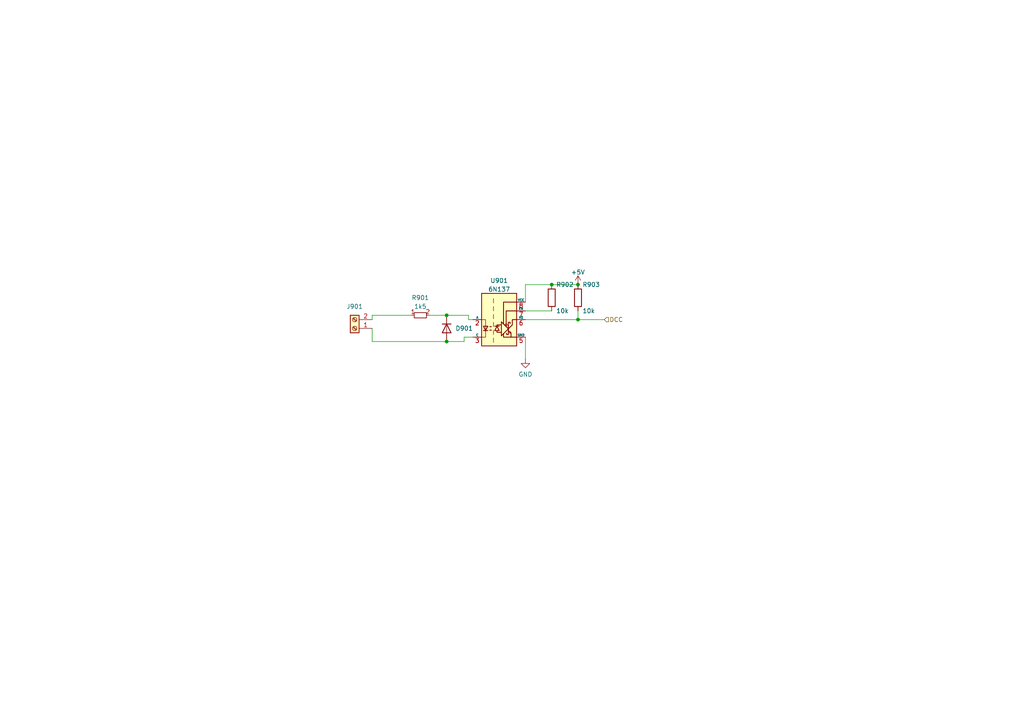
<source format=kicad_sch>
(kicad_sch (version 20231120) (generator "eeschema") (generator_version "8.0")
  (paper "A4")
  (lib_symbols
    (symbol "Connector:Screw_Terminal_01x02" (pin_names (offset 1.016) hide)
      (property "Reference" "J" (at 0 2.54 0))
      (property "Value" "Screw_Terminal_01x02" (at 0 -5.08 0))
      (symbol "Screw_Terminal_01x02_1_1"
        (rectangle (start -1.27 1.27) (end 1.27 -3.81) (stroke (width 0.254)) (fill (type background)))
        (circle (center 0 -2.54) (radius 0.635) (stroke (width 0.1524)))
        (polyline (pts (xy -0.5334 -2.2098) (xy 0.3302 -3.048)) (stroke (width 0.1524)))
        (polyline (pts (xy -0.5334 0.3302) (xy 0.3302 -0.508)) (stroke (width 0.1524)))
        (polyline (pts (xy -0.3556 -2.032) (xy 0.508 -2.8702)) (stroke (width 0.1524)))
        (polyline (pts (xy -0.3556 0.508) (xy 0.508 -0.3302)) (stroke (width 0.1524)))
        (circle (center 0 0) (radius 0.635) (stroke (width 0.1524)))
        (pin passive line (at -5.08 0 0) (length 3.81) (name "Pin_1") (number "1"))
        (pin passive line (at -5.08 -2.54 0) (length 3.81) (name "Pin_2") (number "2"))
      )
    )
    (symbol "Device:R" (pin_numbers hide) (pin_names (offset 0))
      (property "Reference" "R" (at 2.032 0 90))
      (property "Value" "R" (at 0 0 90))
      (symbol "R_0_1"
        (rectangle (start -1.016 -2.54) (end 1.016 2.54) (stroke (width 0.254)))
      )
      (symbol "R_1_1"
        (pin passive line (at 0 3.81 270) (length 1.27) (name "~") (number "1"))
        (pin passive line (at 0 -3.81 90) (length 1.27) (name "~") (number "2"))
      )
    )
    (symbol "Isolator:6N137" (pin_names (offset 0))
      (property "Reference" "U" (at -4.064 8.89 0))
      (property "Value" "6N137" (at 0 -8.89 0))
      (symbol "6N137_0_1"
        (polyline (pts (xy 2.667 -3.556) (xy 2.667 -1.651)) (stroke (width 0.254)))
        (polyline (pts (xy 2.667 -2.159) (xy 2.667 -2.921)) (stroke (width 0.254)))
        (polyline (pts (xy 3.429 -3.937) (xy 3.429 -5.08)) (stroke (width 0.254)))
        (polyline (pts (xy -0.635 -3.302) (xy -0.635 -3.683) (xy 0.635 -3.683)) (stroke (width 0.254)))
        (polyline (pts (xy -0.635 -1.905) (xy -0.635 -1.524) (xy 0.508 -1.524)) (stroke (width 0.254)))
        (polyline (pts (xy 1.27 -4.064) (xy 1.27 -5.08) (xy 5.08 -5.08)) (stroke (width 0.254)))
        (polyline (pts (xy 1.27 -1.27) (xy 1.27 5.08) (xy 5.08 5.08)) (stroke (width 0.254)))
        (polyline (pts (xy 2.032 -1.27) (xy 2.032 2.54) (xy 5.08 2.54)) (stroke (width 0.254)))
        (polyline (pts (xy -5.08 -5.08) (xy -3.937 -5.08) (xy -3.937 0) (xy -5.08 0)))
        (polyline (pts (xy 2.667 -3.302) (xy 2.667 -4.318) (xy 2.159 -4.318) (xy 2.159 -3.937)) (stroke (width 0.254)))
        (polyline (pts (xy 2.667 -2.667) (xy 0.635 -4.699) (xy 0.635 -0.635) (xy 2.667 -2.667)) (stroke (width 0.254)))
        (polyline (pts (xy 2.667 -1.778) (xy 2.667 -0.762) (xy 3.175 -0.762) (xy 3.175 -1.143)) (stroke (width 0.254)))
        (polyline (pts (xy 2.794 -2.54) (xy 3.81 -1.524) (xy 3.81 0) (xy 5.08 0)) (stroke (width 0.254)))
        (polyline (pts (xy 2.667 -3.175) (xy 3.429 -3.937) (xy 3.302 -3.556) (xy 3.048 -3.81) (xy 3.429 -3.937)) (stroke (width 0.254)))
        (circle (center 2.032 -1.524) (radius 0.254) (stroke (width 0.254)))
      )
      (symbol "6N137_1_1"
        (rectangle (start -5.08 7.62) (end 5.08 -7.62) (stroke (width 0.254)) (fill (type background)))
        (polyline (pts (xy -4.572 -3.175) (xy -3.302 -3.175)) (stroke (width 0.254)))
        (polyline (pts (xy -1.651 -5.334) (xy -1.651 -6.604)))
        (polyline (pts (xy -1.651 -3.048) (xy -1.651 -4.318)))
        (polyline (pts (xy -1.651 -0.762) (xy -1.651 -2.032)))
        (polyline (pts (xy -1.651 1.524) (xy -1.651 0.254)))
        (polyline (pts (xy -1.651 3.81) (xy -1.651 2.54)))
        (polyline (pts (xy -1.651 6.096) (xy -1.651 4.826)))
        (polyline (pts (xy -1.27 -1.905) (xy 0 -1.905)) (stroke (width 0.254)))
        (polyline (pts (xy -3.937 -3.175) (xy -4.572 -1.905) (xy -3.302 -1.905) (xy -3.937 -3.175)) (stroke (width 0.254)))
        (polyline (pts (xy -0.635 -1.905) (xy -1.27 -3.175) (xy 0 -3.175) (xy -0.635 -1.905)) (stroke (width 0.254)))
        (polyline (pts (xy -2.921 -3.048) (xy -2.159 -3.048) (xy -2.54 -3.175) (xy -2.54 -2.921) (xy -2.159 -3.048)) (stroke (width 0.127)))
        (polyline (pts (xy -2.921 -2.032) (xy -2.159 -2.032) (xy -2.54 -2.159) (xy -2.54 -1.905) (xy -2.159 -2.032)) (stroke (width 0.127)))
        (pin no_connect line (at -5.08 5.08 0) (length 2.54) hide (name "NC") (number "1"))
        (pin passive line (at -7.62 0 0) (length 2.54) (name "A") (number "2"))
        (pin passive line (at -7.62 -5.08 0) (length 2.54) (name "C") (number "3"))
        (pin power_in line (at 7.62 -5.08 180) (length 2.54) (name "GND") (number "5"))
        (pin open_collector line (at 7.62 0 180) (length 2.54) (name "VO") (number "6"))
        (pin input line (at 7.62 2.54 180) (length 2.54) (name "EN") (number "7"))
        (pin power_in line (at 7.62 5.08 180) (length 2.54) (name "VCC") (number "8"))
      )
    )
    (symbol "custom_kicad_lib_sk:1N4148WS" (pin_numbers hide) (pin_names hide)
      (property "Reference" "D" (at 0 2.54 0))
      (property "Value" "1N4148WS" (at 0 -2.54 0))
      (symbol "1N4148WS_0_1"
        (polyline (pts (xy -1.27 1.27) (xy -1.27 -1.27)) (stroke (width 0.254)))
        (polyline (pts (xy 1.27 0) (xy -1.27 0)))
        (polyline (pts (xy 1.27 1.27) (xy 1.27 -1.27) (xy -1.27 0) (xy 1.27 1.27)) (stroke (width 0.254)))
      )
      (symbol "1N4148WS_1_1"
        (pin passive line (at -3.81 0 0) (length 2.54) (name "K") (number "1"))
        (pin passive line (at 3.81 0 180) (length 2.54) (name "A") (number "2"))
      )
    )
    (symbol "power:+5V" (power) (pin_names (offset 0))
      (property "Value" "+5V" (at 0 3.556 0))
      (symbol "+5V_0_1"
        (polyline (pts (xy -0.762 1.27) (xy 0 2.54)))
        (polyline (pts (xy 0 0) (xy 0 2.54)))
        (polyline (pts (xy 0 2.54) (xy 0.762 1.27)))
      )
      (symbol "+5V_1_1"
        (pin power_in line (at 0 0 90) (length 0) hide (name "+5V") (number "1"))
      )
    )
    (symbol "power:GND" (power) (pin_names (offset 0))
      (property "Value" "GND" (at 0 -3.81 0))
      (symbol "GND_0_1"
        (polyline (pts (xy 0 0) (xy 0 -1.27) (xy 1.27 -1.27) (xy 0 -2.54) (xy -1.27 -1.27) (xy 0 -1.27)))
      )
      (symbol "GND_1_1"
        (pin power_in line (at 0 0 270) (length 0) hide (name "GND") (number "1"))
      )
    )
    (symbol "resistors_0603:R_1k5_0603"
      (property "Reference" "R" (at 1.27 2.54 0))
      (property "Value" "1k5" (at 2.54 -2.54 0))
      (symbol "R_1k5_0603_0_1"
        (rectangle (start -0.762 1.778) (end 0.762 -1.778) (stroke (width 0.2032)))
      )
      (symbol "R_1k5_0603_1_1"
        (pin passive line (at 0 2.54 270) (length 0.762) (name "~") (number "1"))
        (pin passive line (at 0 -2.54 90) (length 0.762) (name "~") (number "2"))
      )
    )
  )
  (junction (at 167.64 92.71))
  (junction (at 129.54 91.44))
  (junction (at 167.64 82.55))
  (junction (at 129.54 99.06))
  (junction (at 160.02 82.55))
  (wire (pts (xy 107.95 91.44) (xy 119.38 91.44)))
  (wire (pts (xy 152.4 97.79) (xy 152.4 104.14)))
  (wire (pts (xy 135.89 92.71) (xy 137.16 92.71)))
  (wire (pts (xy 167.64 92.71) (xy 175.26 92.71)))
  (wire (pts (xy 107.95 99.06) (xy 129.54 99.06)))
  (wire (pts (xy 152.4 92.71) (xy 167.64 92.71)))
  (wire (pts (xy 129.54 99.06) (xy 134.62 99.06)))
  (wire (pts (xy 107.95 91.44) (xy 107.95 92.71)))
  (wire (pts (xy 129.54 91.44) (xy 135.89 91.44)))
  (wire (pts (xy 160.02 82.55) (xy 167.64 82.55)))
  (wire (pts (xy 135.89 91.44) (xy 135.89 92.71)))
  (wire (pts (xy 134.62 97.79) (xy 134.62 99.06)))
  (wire (pts (xy 134.62 97.79) (xy 137.16 97.79)))
  (wire (pts (xy 107.95 95.25) (xy 107.95 99.06)))
  (wire (pts (xy 152.4 90.17) (xy 160.02 90.17)))
  (wire (pts (xy 152.4 82.55) (xy 160.02 82.55)))
  (wire (pts (xy 152.4 87.63) (xy 152.4 82.55)))
  (wire (pts (xy 124.46 91.44) (xy 129.54 91.44)))
  (wire (pts (xy 167.64 92.71) (xy 167.64 90.17)))
  (hierarchical_label "DCC" (shape input) (at 175.26 92.71 0))
  (symbol (lib_id "power:GND") (at 152.4 104.14 0) (unit 1)
    (property "Reference" "#PWR0901" (effects (hide yes)))
    (property "Value" "GND" (at 152.4 108.5834 0))
    (instances (project "MasterOfAccessories" (path "" (reference "#PWR0901") (unit 1))) (project "general_schematics" (path "" (reference "#PWR0112") (unit 1))))
  )
  (symbol (lib_id "custom_kicad_lib_sk:1N4148WS") (at 129.54 95.25 270) (unit 1)
    (property "Reference" "D901" (at 132.08 95.2499 90) (effects (justify left)))
    (property "Value" "1N4148WS" (effects (hide yes)))
    (property "Footprint" "Diode_SMD:D_SOD-323" (effects (hide yes)))
    (property "Datasheet" "https://www.vishay.com/docs/85751/1n4148ws.pdf" (effects (hide yes)))
    (property "Description" "75V 0.15A Fast switching Diode, SOD-323" (effects (hide yes)))
    (property "Sim.Device" "D" (effects (hide yes)))
    (property "Sim.Pins" "1=K 2=A" (effects (hide yes)))
    (property "JLCPCB Part#" "C2128" (effects (hide yes)))
  )
  (symbol (lib_id "power:+5V") (at 167.64 82.55 0) (unit 1)
    (property "Reference" "#PWR0902" (effects (hide yes)))
    (property "Value" "+5V" (at 167.64 78.9742 0))
    (instances (project "MasterOfAccessories" (path "" (reference "#PWR0902") (unit 1))) (project "general_schematics" (path "" (reference "#PWR0111") (unit 1))))
  )
  (symbol (lib_id "resistors_0603:R_1k5_0603") (at 121.92 91.44 90) (unit 1)
    (property "Reference" "R901" (at 121.92 86.36 90))
    (property "Value" "1k5" (at 121.92 88.9 90))
    (property "Footprint" "custom_kicad_lib_sk:R_0603_smalltext" (effects (hide yes)))
    (property "JLCPCB Part#" "C22843" (effects (hide yes)))
  )
  (symbol (lib_id "Connector:Screw_Terminal_01x02") (at 102.87 95.25 180) (unit 1)
    (property "Reference" "J901" (at 102.87 88.9 0))
    (property "Value" "Screw_Terminal_01x02" (effects (hide yes)))
    (property "Footprint" "Connector_Phoenix_MC:PhoenixContact_MC_1,5_2-G-3.5_1x02_P3.50mm_Horizontal" (effects (hide yes)))
    (property "Description" "Generic screw terminal, single row, 01x02, script generated (kicad-library-utils/schlib/autogen/connector/)" (effects (hide yes)))
  )
  (symbol (lib_id "Device:R") (at 160.02 86.36 0) (unit 1)
    (property "Reference" "R902" (at 161.29 82.55 0) (effects (justify left)))
    (property "Value" "10k" (at 161.29 90.17 0) (effects (justify left)))
    (property "Footprint" "Resistor_SMD:R_0805_2012Metric_Pad1.20x1.40mm_HandSolder" (effects (hide yes)))
    (property "JLCPCB Part#" "C17414" (effects (hide yes)))
    (instances (project "MasterOfAccessories" (path "" (reference "R902") (unit 1))) (project "general_schematics" (path "" (reference "R702") (unit 1))))
  )
  (symbol (lib_id "Device:R") (at 167.64 86.36 0) (unit 1)
    (property "Reference" "R903" (at 168.91 82.55 0) (effects (justify left)))
    (property "Value" "10k" (at 168.91 90.17 0) (effects (justify left)))
    (property "Footprint" "Resistor_SMD:R_0805_2012Metric_Pad1.20x1.40mm_HandSolder" (effects (hide yes)))
    (property "JLCPCB Part#" "C17414" (effects (hide yes)))
    (instances (project "MasterOfAccessories" (path "" (reference "R903") (unit 1))) (project "general_schematics" (path "" (reference "R703") (unit 1))))
  )
  (symbol (lib_id "Isolator:6N137") (at 144.78 92.71 0) (unit 1)
    (property "Reference" "U901" (at 144.78 81.3902 0))
    (property "Value" "6N137" (at 144.78 83.9271 0))
    (property "Footprint" "Package_SO:SOP-8_6.62x9.15mm_P2.54mm" (effects (hide yes)))
    (property "Datasheet" "https://datasheet.lcsc.com/szlcsc/1908282202_Everlight-Elec-6N137S1-TA_C110020.pdf" (effects (hide yes)))
    (property "JLCPCB Part#" "C110020" (effects (hide yes)))
    (instances (project "MasterOfAccessories" (path "" (reference "U901") (unit 1))) (project "general_schematics" (path "" (reference "U701") (unit 1))))
  )
)
</source>
